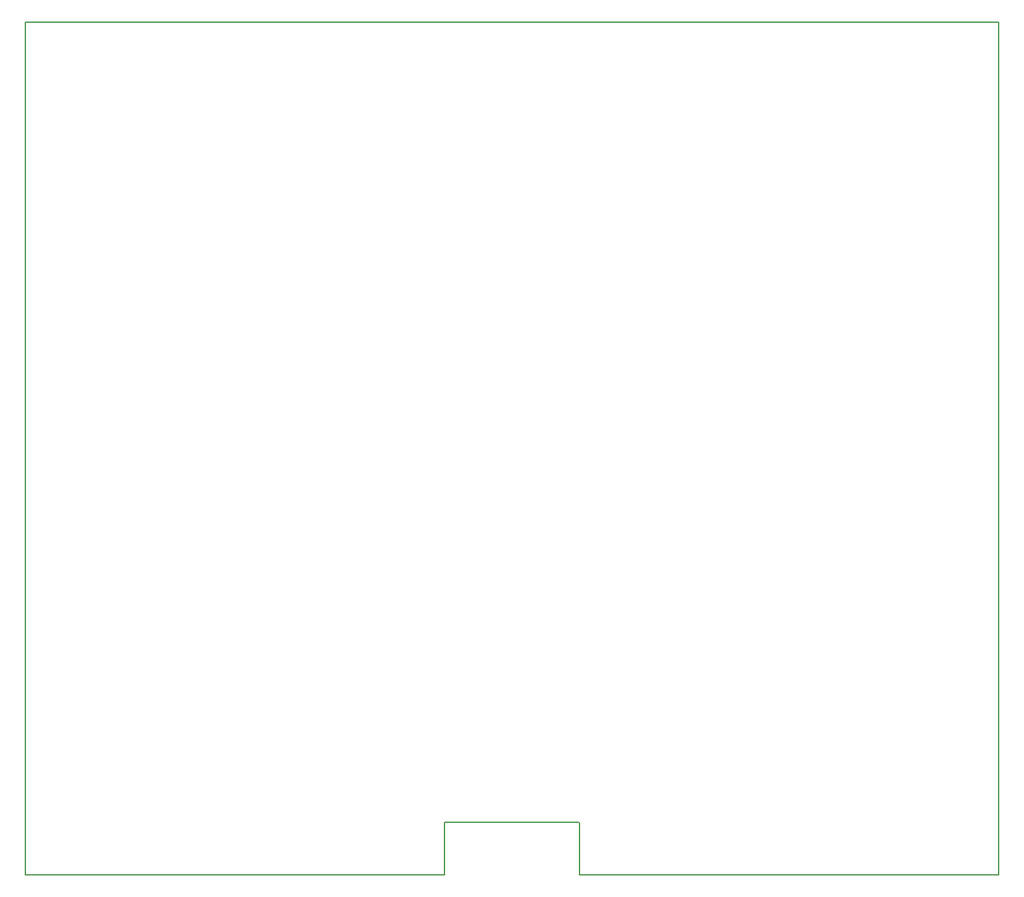
<source format=gbr>
G04 #@! TF.GenerationSoftware,KiCad,Pcbnew,(5.0.0)*
G04 #@! TF.CreationDate,2019-05-02T23:43:43-07:00*
G04 #@! TF.ProjectId,SSB Cap Board - Rev2,5353422043617020426F617264202D20,rev?*
G04 #@! TF.SameCoordinates,Original*
G04 #@! TF.FileFunction,Profile,NP*
%FSLAX46Y46*%
G04 Gerber Fmt 4.6, Leading zero omitted, Abs format (unit mm)*
G04 Created by KiCad (PCBNEW (5.0.0)) date 05/02/19 23:43:43*
%MOMM*%
%LPD*%
G01*
G04 APERTURE LIST*
%ADD10C,0.200000*%
G04 APERTURE END LIST*
D10*
X65000000Y107000000D02*
X65000000Y-7000000D01*
X-65000000Y107000000D02*
X-65000000Y-7000000D01*
X9000000Y-7000000D02*
X65000000Y-7000000D01*
X9000000Y0D02*
X9000000Y-7000000D01*
X-9000000Y0D02*
X-9000000Y-7000000D01*
X-9022000Y63500D02*
X8978000Y63500D01*
X-65000000Y107000000D02*
X65000000Y107000000D01*
X-65000000Y-7000000D02*
X-9000000Y-7000000D01*
M02*

</source>
